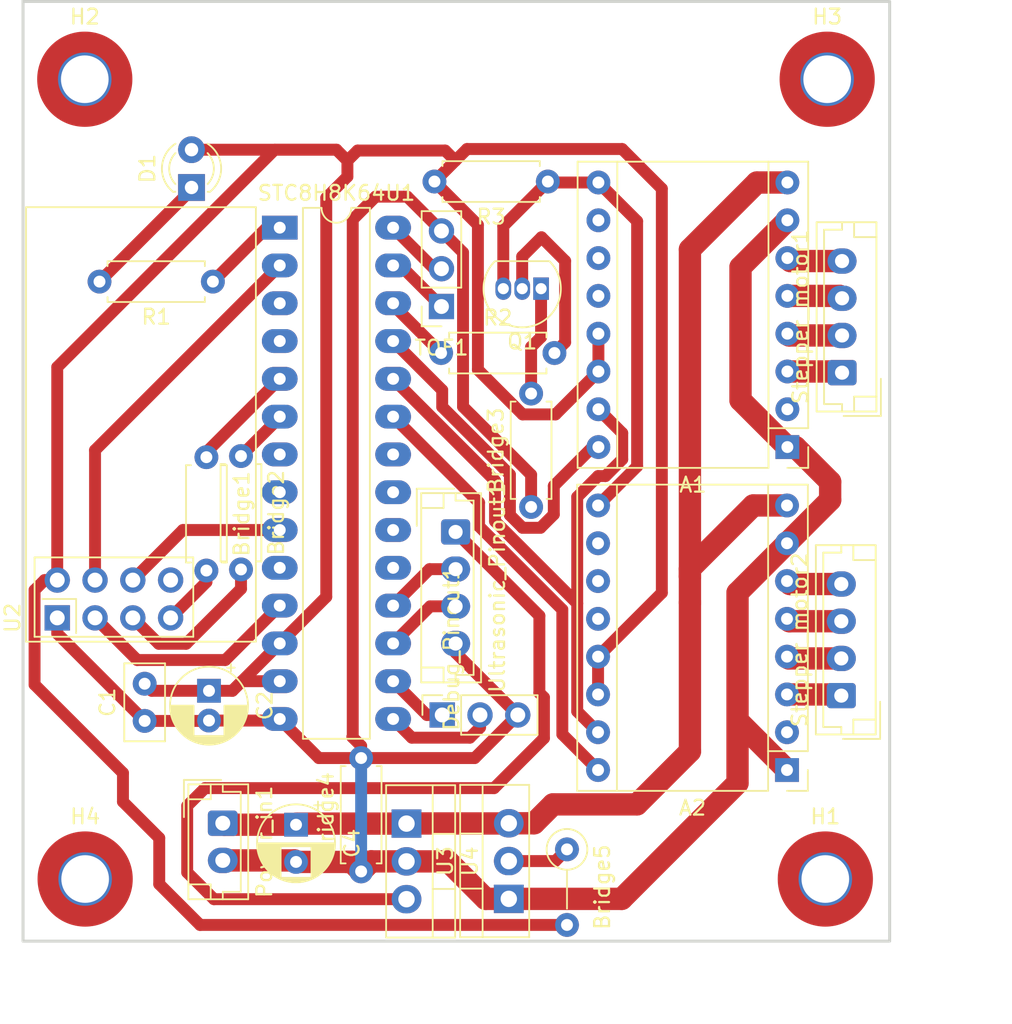
<source format=kicad_pcb>
(kicad_pcb (version 20221018) (generator pcbnew)
  (layers (0 "F.Cu" signal) (31 "B.Cu" signal) (34 "B.Paste" user) (35 "F.Paste" user) (36 "B.SilkS" user "B.Silkscreen") (37 "F.SilkS" user "F.Silkscreen") (38 "B.Mask" user) (39 "F.Mask" user) (44 "Edge.Cuts" user))
  (net 0 "")
  (net 1 "GND")
  (net 3 "Net-(A1-A2)")
  (net 4 "Net-(A1-A1)")
  (net 5 "Net-(A1-B1)")
  (net 6 "Net-(A1-B2)")
  (net 7 "+12V")
  (net 8 "ENABLE_INVERTED")
  (net 12 "+3.3V")
  (net 13 "STEP")
  (net 14 "DIR2")
  (net 16 "Net-(A2-A2)")
  (net 17 "Net-(A2-A1)")
  (net 18 "Net-(A2-B1)")
  (net 19 "Net-(A2-B2)")
  (net 23 "DIR1")
  (net 24 "MOSI")
  (net 25 "CSN")
  (net 26 "Net-(Q1-E)")
  (net 27 "Net-(D1-K)")
  (net 28 "/TX")
  (net 29 "/RX")
  (net 30 "Net-(Q1-B)")
  (net 31 "Net-(STC8H8K64U1-Pin_1)")
  (net 32 "/ENABLE")
  (net 36 "MISO")
  (net 37 "SCLK")
  (net 38 "CE")
  (net 39 "ECHO")
  (net 40 "TRIGGER")
  (net 45 "SDA")
  (net 46 "SCL")
  (net 48 "+5V")
  (net 49 "Net-(STC8H8K64U1-Pin_5)")
  (net 50 "Net-(STC8H8K64U1-Pin_6)")
  (net 53 "Net-(U3-VO)")
  (footprint "Capacitor_THT:C_Disc_D5.0mm_W2.5mm_P2.50mm" (layer "F.Cu") (at 145.4 121.95 90)
    (fp_text reference "C1" (at 1.25 -2.5 90) (layer "F.SilkS"))
    (fp_text value "10nF")
    (pad "1" thru_hole circle (at 0 0 90) (size 1.6 1.6) (drill 0.8) (layers "*.Cu" "*.Mask") (net 1 "GND"))
    (pad "2" thru_hole circle (at 2.5 0 90) (size 1.6 1.6) (drill 0.8) (layers "*.Cu" "*.Mask") (net 12 "+3.3V"))
  )
  (footprint "Capacitor_THT:CP_Radial_D5.0mm_P2.00mm" (layer "F.Cu") (at 149.725 119.925 -90)
    (fp_text reference "C2" (at 1 -3.75 90) (layer "F.SilkS"))
    (fp_text value "22uF")
    (pad "1" thru_hole rect (at 0 0 270) (size 1.6 1.6) (drill 0.8) (layers "*.Cu" "*.Mask") (net 12 "+3.3V"))
    (pad "2" thru_hole circle (at 2 0 270) (size 1.6 1.6) (drill 0.8) (layers "*.Cu" "*.Mask") (net 1 "GND"))
  )
  (footprint "MountingHole:MountingHole_3.2mm_M3_Pad_TopOnly" (layer "F.Cu") (at 191.15 132.575)
    (fp_text reference "H1" (at 0 -4.2) (layer "F.SilkS"))
    (fp_text value "MountingHole")
    (pad "1" thru_hole circle (at 0 0) (size 3.6 3.6) (drill 3.2) (layers "*.Cu" "*.Mask"))
    (pad "1" connect circle (at 0 0) (size 6.4 6.4) (layers "F.Cu" "F.Mask"))
  )
  (footprint "Resistor_THT:R_Axial_DIN0207_L6.3mm_D2.5mm_P5.08mm_Vertical" (layer "F.Cu") (at 173.7868 130.5814 -90)
    (fp_text reference "Bridge5" (at 2.54 -2.37 90) (layer "F.SilkS"))
    (fp_text value "0ohm")
    (pad "1" thru_hole circle (at 0 0 270) (size 1.6 1.6) (drill 0.8) (layers "*.Cu" "*.Mask") (net 53 "Net-(U3-VO)"))
    (pad "2" thru_hole oval (at 5.08 0 270) (size 1.6 1.6) (drill 0.8) (layers "*.Cu" "*.Mask") (net 12 "+3.3V"))
  )
  (footprint "MountingHole:MountingHole_3.2mm_M3_Pad_TopOnly" (layer "F.Cu") (at 191.275 78.825)
    (fp_text reference "H3" (at 0 -4.2) (layer "F.SilkS"))
    (fp_text value "MountingHole")
    (pad "1" thru_hole circle (at 0 0) (size 3.6 3.6) (drill 3.2) (layers "*.Cu" "*.Mask"))
    (pad "1" connect circle (at 0 0) (size 6.4 6.4) (layers "F.Cu" "F.Mask"))
  )
  (footprint "Connector_PinSocket_2.54mm:PinSocket_1x03_P2.54mm_Vertical" (layer "F.Cu") (at 165.4 121.55 90)
    (fp_text reference "Debug_Pinout1" (at 4.475 0.63 90) (layer "F.SilkS"))
    (fp_text value "01x03")
    (pad "1" thru_hole rect (at 0 0 90) (size 1.7 1.7) (drill 1) (layers "*.Cu" "*.Mask") (net 28 "/TX"))
    (pad "2" thru_hole oval (at 0 2.54 90) (size 1.7 1.7) (drill 1) (layers "*.Cu" "*.Mask") (net 29 "/RX"))
    (pad "3" thru_hole oval (at 0 5.08 90) (size 1.7 1.7) (drill 1) (layers "*.Cu" "*.Mask") (net 1 "GND"))
  )
  (footprint "Module:Pololu_Breakout-16_15.2x20.3mm" (layer "F.Cu") (at 188.575 125.25 180)
    (fp_text reference "A2" (at 6.35 -2.54) (layer "F.SilkS"))
    (fp_text value "DRV8825")
    (pad "1" thru_hole rect (at 0 0 180) (size 1.6 1.6) (drill 0.8) (layers "*.Cu" "*.Mask") (net 1 "GND"))
    (pad "2" thru_hole oval (at 0 2.54 180) (size 1.6 1.6) (drill 0.8) (layers "*.Cu" "*.Mask"))
    (pad "3" thru_hole oval (at 0 5.08 180) (size 1.6 1.6) (drill 0.8) (layers "*.Cu" "*.Mask") (net 16 "Net-(A2-A2)"))
    (pad "4" thru_hole oval (at 0 7.62 180) (size 1.6 1.6) (drill 0.8) (layers "*.Cu" "*.Mask") (net 17 "Net-(A2-A1)"))
    (pad "5" thru_hole oval (at 0 10.16 180) (size 1.6 1.6) (drill 0.8) (layers "*.Cu" "*.Mask") (net 18 "Net-(A2-B1)"))
    (pad "6" thru_hole oval (at 0 12.7 180) (size 1.6 1.6) (drill 0.8) (layers "*.Cu" "*.Mask") (net 19 "Net-(A2-B2)"))
    (pad "7" thru_hole oval (at 0 15.24 180) (size 1.6 1.6) (drill 0.8) (layers "*.Cu" "*.Mask") (net 1 "GND"))
    (pad "8" thru_hole oval (at 0 17.78 180) (size 1.6 1.6) (drill 0.8) (layers "*.Cu" "*.Mask") (net 7 "+12V"))
    (pad "9" thru_hole oval (at 12.7 17.78 180) (size 1.6 1.6) (drill 0.8) (layers "*.Cu" "*.Mask") (net 8 "ENABLE_INVERTED"))
    (pad "10" thru_hole oval (at 12.7 15.24 180) (size 1.6 1.6) (drill 0.8) (layers "*.Cu" "*.Mask"))
    (pad "11" thru_hole oval (at 12.7 12.7 180) (size 1.6 1.6) (drill 0.8) (layers "*.Cu" "*.Mask"))
    (pad "12" thru_hole oval (at 12.7 10.16 180) (size 1.6 1.6) (drill 0.8) (layers "*.Cu" "*.Mask"))
    (pad "13" thru_hole oval (at 12.7 7.62 180) (size 1.6 1.6) (drill 0.8) (layers "*.Cu" "*.Mask") (net 12 "+3.3V"))
    (pad "14" thru_hole oval (at 12.7 5.08 180) (size 1.6 1.6) (drill 0.8) (layers "*.Cu" "*.Mask") (net 12 "+3.3V"))
    (pad "15" thru_hole oval (at 12.7 2.54 180) (size 1.6 1.6) (drill 0.8) (layers "*.Cu" "*.Mask") (net 13 "STEP"))
    (pad "16" thru_hole oval (at 12.7 0 180) (size 1.6 1.6) (drill 0.8) (layers "*.Cu" "*.Mask") (net 23 "DIR1"))
  )
  (footprint "Package_TO_SOT_THT:TO-220-3_Vertical" (layer "F.Cu") (at 163 128.85 -90)
    (fp_text reference "U4" (at 2.54 -4.27 90) (layer "F.SilkS"))
    (fp_text value "LM7805_TO220")
    (pad "1" thru_hole rect (at 0 0 270) (size 1.905 2) (drill 1.1) (layers "*.Cu" "*.Mask") (net 7 "+12V"))
    (pad "2" thru_hole oval (at 2.54 0 270) (size 1.905 2) (drill 1.1) (layers "*.Cu" "*.Mask") (net 1 "GND"))
    (pad "3" thru_hole oval (at 5.08 0 270) (size 1.905 2) (drill 1.1) (layers "*.Cu" "*.Mask") (net 48 "+5V"))
  )
  (footprint "MountingHole:MountingHole_3.2mm_M3_Pad_TopOnly" (layer "F.Cu") (at 141.4 132.575)
    (fp_text reference "H4" (at 0 -4.2) (layer "F.SilkS"))
    (fp_text value "MountingHole")
    (pad "1" thru_hole circle (at 0 0) (size 3.6 3.6) (drill 3.2) (layers "*.Cu" "*.Mask"))
    (pad "1" connect circle (at 0 0) (size 6.4 6.4) (layers "F.Cu" "F.Mask"))
  )
  (footprint "Package_TO_SOT_THT:TO-92_Inline" (layer "F.Cu") (at 172.045 92.9 180)
    (fp_text reference "Q1" (at 1.27 -3.56) (layer "F.SilkS"))
    (fp_text value "S8050")
    (pad "1" thru_hole rect (at 0 0 180) (size 1.05 1.5) (drill 0.75) (layers "*.Cu" "*.Mask") (net 26 "Net-(Q1-E)"))
    (pad "2" thru_hole oval (at 1.27 0 180) (size 1.05 1.5) (drill 0.75) (layers "*.Cu" "*.Mask") (net 30 "Net-(Q1-B)"))
    (pad "3" thru_hole oval (at 2.54 0 180) (size 1.05 1.5) (drill 0.75) (layers "*.Cu" "*.Mask") (net 8 "ENABLE_INVERTED"))
  )
  (footprint "Connector_JST:JST_EH_B4B-EH-A_1x04_P2.50mm_Vertical" (layer "F.Cu") (at 192.225 120.25 90)
    (fp_text reference "Stepper_motor2" (at 3.75 -2.8 90) (layer "F.SilkS"))
    (fp_text value "JST4P")
    (pad "1" thru_hole roundrect (at 0 0 90) (size 1.7 1.95) (drill 0.95) (layers "*.Cu" "*.Mask") (roundrect_rratio 0.1470588235) (net 16 "Net-(A2-A2)"))
    (pad "2" thru_hole oval (at 2.5 0 90) (size 1.7 1.95) (drill 0.95) (layers "*.Cu" "*.Mask") (net 17 "Net-(A2-A1)"))
    (pad "3" thru_hole oval (at 5 0 90) (size 1.7 1.95) (drill 0.95) (layers "*.Cu" "*.Mask") (net 18 "Net-(A2-B1)"))
    (pad "4" thru_hole oval (at 7.5 0 90) (size 1.7 1.95) (drill 0.95) (layers "*.Cu" "*.Mask") (net 19 "Net-(A2-B2)"))
  )
  (footprint "Capacitor_THT:CP_Radial_D5.0mm_P2.50mm" (layer "F.Cu") (at 155.575 128.925 -90)
    (fp_text reference "C4" (at 1.25 -3.75 90) (layer "F.SilkS"))
    (fp_text value "220uF")
    (pad "1" thru_hole rect (at 0 0 270) (size 1.6 1.6) (drill 0.8) (layers "*.Cu" "*.Mask") (net 7 "+12V"))
    (pad "2" thru_hole circle (at 2.5 0 270) (size 1.6 1.6) (drill 0.8) (layers "*.Cu" "*.Mask") (net 1 "GND"))
  )
  (footprint "Resistor_THT:R_Axial_DIN0207_L6.3mm_D2.5mm_P7.62mm_Horizontal" (layer "F.Cu") (at 151.875 104.15 -90)
    (fp_text reference "Bridge2" (at 3.81 -2.37 90) (layer "F.SilkS"))
    (fp_text value "0ohm")
    (pad "1" thru_hole circle (at 0 0 270) (size 1.6 1.6) (drill 0.8) (layers "*.Cu" "*.Mask") (net 50 "Net-(STC8H8K64U1-Pin_6)"))
    (pad "2" thru_hole oval (at 7.62 0 270) (size 1.6 1.6) (drill 0.8) (layers "*.Cu" "*.Mask") (net 37 "SCLK"))
  )
  (footprint "LED_THT:LED_D3.0mm" (layer "F.Cu") (at 148.55 86.1 90)
    (fp_text reference "D1" (at 1.27 -2.96 90) (layer "F.SilkS"))
    (fp_text value "LED")
    (pad "1" thru_hole rect (at 0 0 90) (size 1.8 1.8) (drill 0.9) (layers "*.Cu" "*.Mask") (net 27 "Net-(D1-K)"))
    (pad "2" thru_hole circle (at 2.54 0 90) (size 1.8 1.8) (drill 0.9) (layers "*.Cu" "*.Mask") (net 12 "+3.3V"))
  )
  (footprint "Package_DIP:DIP-28_W7.62mm_LongPads" (layer "F.Cu") (at 154.48 88.8)
    (fp_text reference "STC8H8K64U1" (at 3.81 -2.33) (layer "F.SilkS"))
    (fp_text value "SKDIP28")
    (pad "1" thru_hole rect (at 0 0) (size 2.4 1.6) (drill 0.8) (layers "*.Cu" "*.Mask") (net 31 "Net-(STC8H8K64U1-Pin_1)"))
    (pad "2" thru_hole oval (at 0 2.54) (size 2.4 1.6) (drill 0.8) (layers "*.Cu" "*.Mask") (net 25 "CSN"))
    (pad "3" thru_hole oval (at 0 5.08) (size 2.4 1.6) (drill 0.8) (layers "*.Cu" "*.Mask"))
    (pad "4" thru_hole oval (at 0 7.62) (size 2.4 1.6) (drill 0.8) (layers "*.Cu" "*.Mask"))
    (pad "5" thru_hole oval (at 0 10.16) (size 2.4 1.6) (drill 0.8) (layers "*.Cu" "*.Mask") (net 49 "Net-(STC8H8K64U1-Pin_5)"))
    (pad "6" thru_hole oval (at 0 12.7) (size 2.4 1.6) (drill 0.8) (layers "*.Cu" "*.Mask") (net 50 "Net-(STC8H8K64U1-Pin_6)"))
    (pad "7" thru_hole oval (at 0 15.24) (size 2.4 1.6) (drill 0.8) (layers "*.Cu" "*.Mask"))
    (pad "8" thru_hole oval (at 0 17.78) (size 2.4 1.6) (drill 0.8) (layers "*.Cu" "*.Mask"))
    (pad "9" thru_hole oval (at 0 20.32) (size 2.4 1.6) (drill 0.8) (layers "*.Cu" "*.Mask") (net 24 "MOSI"))
    (pad "10" thru_hole oval (at 0 22.86) (size 2.4 1.6) (drill 0.8) (layers "*.Cu" "*.Mask"))
    (pad "11" thru_hole oval (at 0 25.4) (size 2.4 1.6) (drill 0.8) (layers "*.Cu" "*.Mask") (net 38 "CE"))
    (pad "12" thru_hole oval (at 0 27.94) (size 2.4 1.6) (drill 0.8) (layers "*.Cu" "*.Mask") (net 12 "+3.3V"))
    (pad "13" thru_hole oval (at 0 30.48) (size 2.4 1.6) (drill 0.8) (layers "*.Cu" "*.Mask") (net 12 "+3.3V"))
    (pad "14" thru_hole oval (at 0 33.02) (size 2.4 1.6) (drill 0.8) (layers "*.Cu" "*.Mask") (net 1 "GND"))
    (pad "15" thru_hole oval (at 7.62 33.02) (size 2.4 1.6) (drill 0.8) (layers "*.Cu" "*.Mask") (net 29 "/RX"))
    (pad "16" thru_hole oval (at 7.62 30.48) (size 2.4 1.6) (drill 0.8) (layers "*.Cu" "*.Mask") (net 28 "/TX"))
    (pad "17" thru_hole oval (at 7.62 27.94) (size 2.4 1.6) (drill 0.8) (layers "*.Cu" "*.Mask") (net 39 "ECHO"))
    (pad "18" thru_hole oval (at 7.62 25.4) (size 2.4 1.6) (drill 0.8) (layers "*.Cu" "*.Mask") (net 40 "TRIGGER"))
    (pad "19" thru_hole oval (at 7.62 22.86) (size 2.4 1.6) (drill 0.8) (layers "*.Cu" "*.Mask"))
    (pad "20" thru_hole oval (at 7.62 20.32) (size 2.4 1.6) (drill 0.8) (layers "*.Cu" "*.Mask"))
    (pad "21" thru_hole oval (at 7.62 17.78) (size 2.4 1.6) (drill 0.8) (layers "*.Cu" "*.Mask"))
    (pad "22" thru_hole oval (at 7.62 15.24) (size 2.4 1.6) (drill 0.8) (layers "*.Cu" "*.Mask"))
    (pad "23" thru_hole oval (at 7.62 12.7) (size 2.4 1.6) (drill 0.8) (layers "*.Cu" "*.Mask") (net 23 "DIR1"))
    (pad "24" thru_hole oval (at 7.62 10.16) (size 2.4 1.6) (drill 0.8) (layers "*.Cu" "*.Mask") (net 13 "STEP"))
    (pad "25" thru_hole oval (at 7.62 7.62) (size 2.4 1.6) (drill 0.8) (layers "*.Cu" "*.Mask") (net 14 "DIR2"))
    (pad "26" thru_hole oval (at 7.62 5.08) (size 2.4 1.6) (drill 0.8) (layers "*.Cu" "*.Mask") (net 32 "/ENABLE"))
    (pad "27" thru_hole oval (at 7.62 2.54) (size 2.4 1.6) (drill 0.8) (layers "*.Cu" "*.Mask") (net 45 "SDA"))
    (pad "28" thru_hole oval (at 7.62 0) (size 2.4 1.6) (drill 0.8) (layers "*.Cu" "*.Mask") (net 46 "SCL"))
  )
  (footprint "Resistor_THT:R_Axial_DIN0207_L6.3mm_D2.5mm_P7.62mm_Horizontal" (layer "F.Cu") (at 159.95 132.065 90)
    (fp_text reference "Bridge4" (at 3.81 -2.37 90) (layer "F.SilkS"))
    (fp_text value "0ohm")
    (pad "1" thru_hole circle (at 0 0 90) (size 1.6 1.6) (drill 0.8) (layers "*.Cu" "*.Mask") (net 1 "GND"))
    (pad "2" thru_hole oval (at 7.62 0 90) (size 1.6 1.6) (drill 0.8) (layers "*.Cu" "*.Mask") (net 1 "GND"))
  )
  (footprint "Module:Pololu_Breakout-16_15.2x20.3mm" (layer "F.Cu") (at 188.6 103.545 180)
    (fp_text reference "A1" (at 6.35 -2.54) (layer "F.SilkS"))
    (fp_text value "DRV8825")
    (pad "1" thru_hole rect (at 0 0 180) (size 1.6 1.6) (drill 0.8) (layers "*.Cu" "*.Mask") (net 1 "GND"))
    (pad "2" thru_hole oval (at 0 2.54 180) (size 1.6 1.6) (drill 0.8) (layers "*.Cu" "*.Mask"))
    (pad "3" thru_hole oval (at 0 5.08 180) (size 1.6 1.6) (drill 0.8) (layers "*.Cu" "*.Mask") (net 3 "Net-(A1-A2)"))
    (pad "4" thru_hole oval (at 0 7.62 180) (size 1.6 1.6) (drill 0.8) (layers "*.Cu" "*.Mask") (net 4 "Net-(A1-A1)"))
    (pad "5" thru_hole oval (at 0 10.16 180) (size 1.6 1.6) (drill 0.8) (layers "*.Cu" "*.Mask") (net 5 "Net-(A1-B1)"))
    (pad "6" thru_hole oval (at 0 12.7 180) (size 1.6 1.6) (drill 0.8) (layers "*.Cu" "*.Mask") (net 6 "Net-(A1-B2)"))
    (pad "7" thru_hole oval (at 0 15.24 180) (size 1.6 1.6) (drill 0.8) (layers "*.Cu" "*.Mask") (net 1 "GND"))
    (pad "8" thru_hole oval (at 0 17.78 180) (size 1.6 1.6) (drill 0.8) (layers "*.Cu" "*.Mask") (net 7 "+12V"))
    (pad "9" thru_hole oval (at 12.7 17.78 180) (size 1.6 1.6) (drill 0.8) (layers "*.Cu" "*.Mask") (net 8 "ENABLE_INVERTED"))
    (pad "10" thru_hole oval (at 12.7 15.24 180) (size 1.6 1.6) (drill 0.8) (layers "*.Cu" "*.Mask"))
    (pad "11" thru_hole oval (at 12.7 12.7 180) (size 1.6 1.6) (drill 0.8) (layers "*.Cu" "*.Mask"))
    (pad "12" thru_hole oval (at 12.7 10.16 180) (size 1.6 1.6) (drill 0.8) (layers "*.Cu" "*.Mask"))
    (pad "13" thru_hole oval (at 12.7 7.62 180) (size 1.6 1.6) (drill 0.8) (layers "*.Cu" "*.Mask") (net 12 "+3.3V"))
    (pad "14" thru_hole oval (at 12.7 5.08 180) (size 1.6 1.6) (drill 0.8) (layers "*.Cu" "*.Mask") (net 12 "+3.3V"))
    (pad "15" thru_hole oval (at 12.7 2.54 180) (size 1.6 1.6) (drill 0.8) (layers "*.Cu" "*.Mask") (net 13 "STEP"))
    (pad "16" thru_hole oval (at 12.7 0 180) (size 1.6 1.6) (drill 0.8) (layers "*.Cu" "*.Mask") (net 14 "DIR2"))
  )
  (footprint "Resistor_THT:R_Axial_DIN0207_L6.3mm_D2.5mm_P7.62mm_Horizontal" (layer "F.Cu") (at 149.55 104.225 -90)
    (fp_text reference "Bridge1" (at 3.81 -2.37 90) (layer "F.SilkS"))
    (fp_text value "0ohm")
    (pad "1" thru_hole circle (at 0 0 270) (size 1.6 1.6) (drill 0.8) (layers "*.Cu" "*.Mask") (net 49 "Net-(STC8H8K64U1-Pin_5)"))
    (pad "2" thru_hole oval (at 7.62 0 270) (size 1.6 1.6) (drill 0.8) (layers "*.Cu" "*.Mask") (net 36 "MISO"))
  )
  (footprint "Resistor_THT:R_Axial_DIN0207_L6.3mm_D2.5mm_P7.62mm_Horizontal" (layer "F.Cu") (at 165.325 97.225)
    (fp_text reference "R2" (at 3.81 -2.37) (layer "F.SilkS"))
    (fp_text value "2k")
    (pad "1" thru_hole circle (at 0 0) (size 1.6 1.6) (drill 0.8) (layers "*.Cu" "*.Mask") (net 32 "/ENABLE"))
    (pad "2" thru_hole oval (at 7.62 0) (size 1.6 1.6) (drill 0.8) (layers "*.Cu" "*.Mask") (net 30 "Net-(Q1-B)"))
  )
  (footprint "Resistor_THT:R_Axial_DIN0207_L6.3mm_D2.5mm_P7.62mm_Horizontal" (layer "F.Cu") (at 171.375 107.57 90)
    (fp_text reference "Bridge3" (at 3.81 -2.37 90) (layer "F.SilkS"))
    (fp_text value "0ohm")
    (pad "1" thru_hole circle (at 0 0 90) (size 1.6 1.6) (drill 0.8) (layers "*.Cu" "*.Mask") (net 1 "GND"))
    (pad "2" thru_hole oval (at 7.62 0 90) (size 1.6 1.6) (drill 0.8) (layers "*.Cu" "*.Mask") (net 26 "Net-(Q1-E)"))
  )
  (footprint "Connector_JST:JST_EH_B2B-EH-A_1x02_P2.50mm_Vertical" (layer "F.Cu") (at 150.65 128.825 -90)
    (fp_text reference "Power_in1" (at 1.25 -2.8 90) (layer "F.SilkS"))
    (fp_text value "JST-2P")
    (pad "1" thru_hole roundrect (at 0 0 270) (size 1.7 2) (drill 1) (layers "*.Cu" "*.Mask") (roundrect_rratio 0.1470588235) (net 7 "+12V"))
    (pad "2" thru_hole oval (at 2.5 0 270) (size 1.7 2) (drill 1) (layers "*.Cu" "*.Mask") (net 1 "GND"))
  )
  (footprint "MountingHole:MountingHole_3.2mm_M3_Pad_TopOnly" (layer "F.Cu") (at 141.375 78.825)
    (fp_text reference "H2" (at 0 -4.2) (layer "F.SilkS"))
    (fp_text value "MountingHole")
    (pad "1" thru_hole circle (at 0 0) (size 3.6 3.6) (drill 3.2) (layers "*.Cu" "*.Mask"))
    (pad "1" connect circle (at 0 0) (size 6.4 6.4) (layers "F.Cu" "F.Mask"))
  )
  (footprint "Connector_JST:JST_EH_B4B-EH-A_1x04_P2.50mm_Vertical" (layer "F.Cu") (at 166.3 109.25 -90)
    (fp_text reference "Ultrasonic_Pinout1" (at 3.75 -2.8 90) (layer "F.SilkS"))
    (fp_text value "JST_4P")
    (pad "1" thru_hole roundrect (at 0 0 270) (size 1.7 1.95) (drill 0.95) (layers "*.Cu" "*.Mask") (roundrect_rratio 0.1470588235) (net 48 "+5V"))
    (pad "2" thru_hole oval (at 2.5 0 270) (size 1.7 1.95) (drill 0.95) (layers "*.Cu" "*.Mask") (net 40 "TRIGGER"))
    (pad "3" thru_hole oval (at 5 0 270) (size 1.7 1.95) (drill 0.95) (layers "*.Cu" "*.Mask") (net 39 "ECHO"))
    (pad "4" thru_hole oval (at 7.5 0 270) (size 1.7 1.95) (drill 0.95) (layers "*.Cu" "*.Mask") (net 1 "GND"))
  )
  (footprint "RF_Module:nRF24L01_Breakout" (layer "F.Cu") (at 139.525 115.025 90)
    (fp_text reference "U2" (at 0 -3 90) (layer "F.SilkS"))
    (fp_text value "NRF24L01_Breakout")
    (pad "1" thru_hole rect (at 0 0 90) (size 1.7 1.7) (drill 1) (layers "*.Cu" "*.Mask") (net 1 "GND"))
    (pad "2" thru_hole circle (at 2.54 0 90) (size 1.7 1.7) (drill 1) (layers "*.Cu" "*.Mask") (net 12 "+3.3V"))
    (pad "3" thru_hole circle (at 0 2.54 90) (size 1.7 1.7) (drill 1) (layers "*.Cu" "*.Mask") (net 38 "CE"))
    (pad "4" thru_hole circle (at 2.54 2.54 90) (size 1.7 1.7) (drill 1) (layers "*.Cu" "*.Mask") (net 25 "CSN"))
    (pad "5" thru_hole circle (at 0 5.08 90) (size 1.7 1.7) (drill 1) (layers "*.Cu" "*.Mask") (net 37 "SCLK"))
    (pad "6" thru_hole circle (at 2.54 5.08 90) (size 1.7 1.7) (drill 1) (layers "*.Cu" "*.Mask") (net 24 "MOSI"))
    (pad "7" thru_hole circle (at 0 7.62 90) (size 1.7 1.7) (drill 1) (layers "*.Cu" "*.Mask") (net 36 "MISO"))
    (pad "8" thru_hole circle (at 2.54 7.62 90) (size 1.7 1.7) (drill 1) (layers "*.Cu" "*.Mask"))
  )
  (footprint "Resistor_THT:R_Axial_DIN0207_L6.3mm_D2.5mm_P7.62mm_Horizontal" (layer "F.Cu") (at 172.5 85.7 180)
    (fp_text reference "R3" (at 3.81 -2.37) (layer "F.SilkS"))
    (fp_text value "220")
    (pad "1" thru_hole circle (at 0 0 180) (size 1.6 1.6) (drill 0.8) (layers "*.Cu" "*.Mask") (net 8 "ENABLE_INVERTED"))
    (pad "2" thru_hole oval (at 7.62 0 180) (size 1.6 1.6) (drill 0.8) (layers "*.Cu" "*.Mask") (net 12 "+3.3V"))
  )
  (footprint "Connector_JST:JST_EH_B4B-EH-A_1x04_P2.50mm_Vertical" (layer "F.Cu") (at 192.275 98.545 90)
    (fp_text reference "Stepper_motor1" (at 3.75 -2.8 90) (layer "F.SilkS"))
    (fp_text value "JST4P")
    (pad "1" thru_hole roundrect (at 0 0 90) (size 1.7 1.95) (drill 0.95) (layers "*.Cu" "*.Mask") (roundrect_rratio 0.1470588235) (net 3 "Net-(A1-A2)"))
    (pad "2" thru_hole oval (at 2.5 0 90) (size 1.7 1.95) (drill 0.95) (layers "*.Cu" "*.Mask") (net 4 "Net-(A1-A1)"))
    (pad "3" thru_hole oval (at 5 0 90) (size 1.7 1.95) (drill 0.95) (layers "*.Cu" "*.Mask") (net 5 "Net-(A1-B1)"))
    (pad "4" thru_hole oval (at 7.5 0 90) (size 1.7 1.95) (drill 0.95) (layers "*.Cu" "*.Mask") (net 6 "Net-(A1-B2)"))
  )
  (footprint "Resistor_THT:R_Axial_DIN0207_L6.3mm_D2.5mm_P7.62mm_Horizontal" (layer "F.Cu") (at 149.985 92.425 180)
    (fp_text reference "R1" (at 3.81 -2.37) (layer "F.SilkS"))
    (fp_text value "220")
    (pad "1" thru_hole circle (at 0 0 180) (size 1.6 1.6) (drill 0.8) (layers "*.Cu" "*.Mask") (net 31 "Net-(STC8H8K64U1-Pin_1)"))
    (pad "2" thru_hole oval (at 7.62 0 180) (size 1.6 1.6) (drill 0.8) (layers "*.Cu" "*.Mask") (net 27 "Net-(D1-K)"))
  )
  (footprint "Connector_PinSocket_2.54mm:PinSocket_1x03_P2.54mm_Vertical" (layer "F.Cu") (at 165.35 94.1 180)
    (fp_text reference "TOF1" (at 0 -2.77) (layer "F.SilkS"))
    (fp_text value "1x3")
    (pad "1" thru_hole rect (at 0 0 180) (size 1.7 1.7) (drill 1) (layers "*.Cu" "*.Mask") (net 45 "SDA"))
    (pad "2" thru_hole oval (at 0 2.54 180) (size 1.7 1.7) (drill 1) (layers "*.Cu" "*.Mask") (net 46 "SCL"))
    (pad "3" thru_hole oval (at 0 5.08 180) (size 1.7 1.7) (drill 1) (layers "*.Cu" "*.Mask") (net 1 "GND"))
  )
  (footprint "Package_TO_SOT_THT:TO-220-3_Vertical" (layer "F.Cu") (at 169.8752 133.9088 90)
    (fp_text reference "U3" (at 2.54 -4.27 90) (layer "F.SilkS"))
    (fp_text value "AMS1117-3.3")
    (pad "1" thru_hole rect (at 0 0 90) (size 1.905 2) (drill 1.1) (layers "*.Cu" "*.Mask") (net 1 "GND"))
    (pad "2" thru_hole oval (at 2.54 0 90) (size 1.905 2) (drill 1.1) (layers "*.Cu" "*.Mask") (net 53 "Net-(U3-VO)"))
    (pad "3" thru_hole oval (at 5.08 0 90) (size 1.905 2) (drill 1.1) (layers "*.Cu" "*.Mask") (net 7 "+12V"))
  )
  (gr_rect (start 137.225 73.6) (end 195.475 136.75) (stroke (width 0.2)) (fill none) (layer "Edge.Cuts"))
  (segment (start 162.895 131.495) (end 163 131.39) (width 1.5) (layer "F.Cu") (net 1))
  (segment (start 189.145 103.545) (end 191.475 105.875) (width 1.5) (layer "F.Cu") (net 1))
  (segment (start 165.35 89.02) (end 163.0456 86.7156) (width 0.8) (layer "F.Cu") (net 1))
  (segment (start 163 131.39) (end 160.625 131.39) (width 1.5) (layer "F.Cu") (net 1))
  (segment (start 166.3 117.37) (end 170.48 121.55) (width 0.8) (layer "F.Cu") (net 1))
  (segment (start 167.585 124.445) (end 159.95 124.445) (width 0.8) (layer "F.Cu") (net 1))
  (segment (start 160.625 131.39) (end 160.59 131.425) (width 1.5) (layer "F.Cu") (net 1))
  (segment (start 166.8 90.47) (end 166.8 100.831572) (width 0.8) (layer "F.Cu") (net 1))
  (segment (start 145.425 121.925) (end 145.4 121.95) (width 0.8) (layer "F.Cu") (net 1))
  (segment (start 149.725 121.925) (end 154.375 121.925) (width 0.8) (layer "F.Cu") (net 1))
  (segment (start 149.7 121.95) (end 149.725 121.925) (width 0.8) (layer "F.Cu") (net 1))
  (segment (start 160.923614 86.7156) (end 159.385 88.254214) (width 0.8) (layer "F.Cu") (net 1))
  (segment (start 159.025 131.425) (end 155.575 131.425) (width 1.5) (layer "F.Cu") (net 1))
  (segment (start 159.95 132.065) (end 159.31 131.425) (width 1.5) (layer "F.Cu") (net 1))
  (segment (start 188.575 110.01) (end 185.25 113.335) (width 1.5) (layer "F.Cu") (net 1))
  (segment (start 150.65 131.325) (end 155.475 131.325) (width 1.5) (layer "F.Cu") (net 1))
  (segment (start 185.25 126.125) (end 177.4662 133.9088) (width 1.5) (layer "F.Cu") (net 1))
  (segment (start 185.25 121.925) (end 185.25 126.125) (width 1.5) (layer "F.Cu") (net 1))
  (segment (start 168.3188 133.9088) (end 169.8752 133.9088) (width 1.5) (layer "F.Cu") (net 1))
  (segment (start 177.4662 133.9088) (end 169.8752 133.9088) (width 1.5) (layer "F.Cu") (net 1))
  (segment (start 191.475 105.875) (end 191.475 107.11) (width 1.5) (layer "F.Cu") (net 1))
  (segment (start 145.4 121.95) (end 139.525 116.075) (width 0.8) (layer "F.Cu") (net 1))
  (segment (start 188.6 103.545) (end 189.145 103.545) (width 1.5) (layer "F.Cu") (net 1))
  (segment (start 185.25 113.335) (end 185.25 121.925) (width 1.5) (layer "F.Cu") (net 1))
  (segment (start 155.475 131.325) (end 155.575 131.425) (width 1.5) (layer "F.Cu") (net 1))
  (segment (start 188.6 88.305) (end 185.45 91.455) (width 1.5) (layer "F.Cu") (net 1))
  (segment (start 166.8 100.831572) (end 171.375 105.406572) (width 0.8) (layer "F.Cu") (net 1))
  (segment (start 185.45 91.455) (end 185.45 100.395) (width 1.5) (layer "F.Cu") (net 1))
  (segment (start 163 131.39) (end 165.8 131.39) (width 1.5) (layer "F.Cu") (net 1))
  (segment (start 160.59 131.425) (end 159.025 131.425) (width 1.5) (layer "F.Cu") (net 1))
  (segment (start 160.625 131.39) (end 159.95 132.065) (width 1.5) (layer "F.Cu") (net 1))
  (segment (start 185.45 100.395) (end 188.6 103.545) (width 1.5) (layer "F.Cu") (net 1))
  (segment (start 145.4 121.95) (end 149.7 121.95) (width 0.8) (layer "F.Cu") (net 1))
  (segment (start 165.8 131.39) (end 168.3188 133.9088) (width 1.5) (layer "F.Cu") (net 1))
  (segment (start 170.48 121.55) (end 167.585 124.445) (width 0.8) (layer "F.Cu") (net 1))
  (segment (start 171.375 105.406572) (end 171.375 107.57) (width 0.8) (layer "F.Cu") (net 1))
  (segment (start 165.35 89.02) (end 166.8 90.47) (width 0.8) (layer "F.Cu") (net 1))
  (segment (start 159.385 123.0122) (end 159.3596 123.0376) (width 0.8) (layer "F.Cu") (net 1))
  (segment (start 159.95 124.445) (end 157.105 124.445) (width 0.8) (layer "F.Cu") (net 1))
  (segment (start 166.3 116.75) (end 166.3 117.37) (width 0.8) (layer "F.Cu") (net 1))
  (segment (start 159.385 88.254214) (end 159.385 123.0122) (width 0.8) (layer "F.Cu") (net 1))
  (segment (start 159.31 131.425) (end 159.025 131.425) (width 1.5) (layer "F.Cu") (net 1))
  (segment (start 163.0456 86.7156) (end 160.923614 86.7156) (width 0.8) (layer "F.Cu") (net 1))
  (segment (start 159.3596 123.0376) (end 159.95 123.628) (width 0.8) (layer "F.Cu") (net 1))
  (segment (start 139.525 116.075) (end 139.525 115.025) (width 0.8) (layer "F.Cu") (net 1))
  (segment (start 157.105 124.445) (end 154.48 121.82) (width 0.8) (layer "F.Cu") (net 1))
  (segment (start 159.95 123.628) (end 159.95 124.445) (width 0.8) (layer "F.Cu") (net 1))
  (segment (start 154.375 121.925) (end 154.48 121.82) (width 0.8) (layer "F.Cu") (net 1))
  (segment (start 191.475 107.11) (end 188.575 110.01) (width 1.5) (layer "F.Cu") (net 1))
  (segment (start 185.25 121.925) (end 188.575 125.25) (width 1.5) (layer "F.Cu") (net 1))
  (segment (start 159.95 124.445) (end 159.95 132.065) (width 0.8) (layer "B.Cu") (net 1))
  (segment (start 188.6 98.465) (end 192.195 98.465) (width 1.5) (layer "F.Cu") (net 3))
  (segment (start 192.195 98.465) (end 192.275 98.545) (width 1.5) (layer "F.Cu") (net 3))
  (segment (start 192.275 96.045) (end 188.72 96.045) (width 1.5) (layer "F.Cu") (net 4))
  (segment (start 188.72 96.045) (end 188.6 95.925) (width 1.5) (layer "F.Cu") (net 4))
  (segment (start 188.6 93.385) (end 192.115 93.385) (width 1.5) (layer "F.Cu") (net 5))
  (segment (start 192.115 93.385) (end 192.275 93.545) (width 1.5) (layer "F.Cu") (net 5))
  (segment (start 188.8 91.045) (end 188.6 90.845) (width 1.5) (layer "F.Cu") (net 6))
  (segment (start 192.275 91.045) (end 188.8 91.045) (width 1.5) (layer "F.Cu") (net 6))
  (segment (start 182.05 90.2634) (end 186.5484 85.765) (width 1.5) (layer "F.Cu") (net 7))
  (segment (start 150.75 128.925) (end 150.65 128.825) (width 1.5) (layer "F.Cu") (net 7))
  (segment (start 169.864 128.84) (end 169.8752 128.8288) (width 1.5) (layer "F.Cu") (net 7))
  (segment (start 186.5484 85.765) (end 188.6 85.765) (width 1.5) (layer "F.Cu") (net 7))
  (segment (start 182.05 112.2426) (end 182.05 111.7264) (width 1.5) (layer "F.Cu") (net 7))
  (segment (start 163 128.85) (end 155.65 128.85) (width 1.5) (layer "F.Cu") (net 7))
  (segment (start 171.577 128.8288) (end 172.847 127.5588) (width 1.5) (layer "F.Cu") (net 7))
  (segment (start 182.05 111.7264) (end 186.3064 107.47) (width 1.5) (layer "F.Cu") (net 7))
  (segment (start 178.4912 127.5588) (end 182.05 124) (width 1.5) (layer "F.Cu") (net 7))
  (segment (start 182.05 112.2426) (end 182.05 90.2634) (width 1.5) (layer "F.Cu") (net 7))
  (segment (start 155.575 128.925) (end 150.75 128.925) (width 1.5) (layer "F.Cu") (net 7))
  (segment (start 182.05 113.995) (end 182.05 112.2426) (width 1.5) (layer "F.Cu") (net 7))
  (segment (start 186.3064 107.47) (end 188.575 107.47) (width 1.5) (layer "F.Cu") (net 7))
  (segment (start 163 128.85) (end 163.01 128.84) (width 1.5) (layer "F.Cu") (net 7))
  (segment (start 182.05 124) (end 182.05 113.995) (width 1.5) (layer "F.Cu") (net 7))
  (segment (start 163.01 128.84) (end 169.864 128.84) (width 1.5) (layer "F.Cu") (net 7))
  (segment (start 172.847 127.5588) (end 178.4912 127.5588) (width 1.5) (layer "F.Cu") (net 7))
  (segment (start 169.8752 128.8288) (end 171.577 128.8288) (width 1.5) (layer "F.Cu") (net 7))
  (segment (start 155.65 128.85) (end 155.575 128.925) (width 1.5) (layer "F.Cu") (net 7))
  (segment (start 172.565 85.765) (end 172.5 85.7) (width 0.8) (layer "F.Cu") (net 8))
  (segment (start 172.5 85.7) (end 169.505 88.695) (width 0.8) (layer "F.Cu") (net 8))
  (segment (start 178.5 88.365) (end 178.5 104.845) (width 0.8) (layer "F.Cu") (net 8))
  (segment (start 175.9 85.765) (end 172.565 85.765) (width 0.8) (layer "F.Cu") (net 8))
  (segment (start 178.5 104.845) (end 175.875 107.47) (width 0.8) (layer "F.Cu") (net 8))
  (segment (start 169.505 88.695) (end 169.505 92.9) (width 0.8) (layer "F.Cu") (net 8))
  (segment (start 175.9 85.765) (end 178.5 88.365) (width 0.8) (layer "F.Cu") (net 8))
  (segment (start 154.48 116.74) (end 151.295 119.925) (width 0.8) (layer "F.Cu") (net 12))
  (segment (start 159.028528 84.3) (end 159.028528 85.370272) (width 0.8) (layer "F.Cu") (net 12))
  (segment (start 173.015 101.35) (end 175.9 98.465) (width 0.8) (layer "F.Cu") (net 12))
  (segment (start 180.1622 113.3428) (end 175.875 117.63) (width 0.8) (layer "F.Cu") (net 12))
  (segment (start 159.028528 85.370272) (end 157.607 86.7918) (width 0.8) (layer "F.Cu") (net 12))
  (segment (start 164.88 85.7) (end 166.28 84.3) (width 0.8) (layer "F.Cu") (net 12))
  (segment (start 138.675 112.485) (end 139.525 112.485) (width 0.8) (layer "F.Cu") (net 12))
  (segment (start 145.875 119.925) (end 145.4 119.45) (width 0.8) (layer "F.Cu") (net 12))
  (segment (start 165.5968 83.6168) (end 159.711728 83.6168) (width 0.8) (layer "F.Cu") (net 12))
  (segment (start 167.8 98.347786) (end 170.802214 101.35) (width 0.8) (layer "F.Cu") (net 12))
  (segment (start 159.028528 84.3) (end 158.288528 83.56) (width 0.8) (layer "F.Cu") (net 12))
  (segment (start 177.4952 83.5152) (end 180.1622 86.1822) (width 0.8) (layer "F.Cu") (net 12))
  (segment (start 139.525 98.175) (end 139.525 112.485) (width 0.8) (layer "F.Cu") (net 12))
  (segment (start 151.94 119.28) (end 154.48 119.28) (width 0.8) (layer "F.Cu") (net 12))
  (segment (start 143.9418 127.381) (end 143.9418 125.4506) (width 0.8) (layer "F.Cu") (net 12))
  (segment (start 175.9 98.465) (end 175.9 95.925) (width 0.8) (layer "F.Cu") (net 12))
  (segment (start 158.288528 83.56) (end 148.55 83.56) (width 0.8) (layer "F.Cu") (net 12))
  (segment (start 159.711728 83.6168) (end 159.028528 84.3) (width 0.8) (layer "F.Cu") (net 12))
  (segment (start 143.9418 125.4506) (end 138 119.5088) (width 0.8) (layer "F.Cu") (net 12))
  (segment (start 167.0648 83.5152) (end 177.4952 83.5152) (width 0.8) (layer "F.Cu") (net 12))
  (segment (start 180.1622 86.1822) (end 180.1622 113.3428) (width 0.8) (layer "F.Cu") (net 12))
  (segment (start 149.725 119.925) (end 145.875 119.925) (width 0.8) (layer "F.Cu") (net 12))
  (segment (start 151.295 119.925) (end 149.725 119.925) (width 0.8) (layer "F.Cu") (net 12))
  (segment (start 170.802214 101.35) (end 173.015 101.35) (width 0.8) (layer "F.Cu") (net 12))
  (segment (start 175.875 120.17) (end 175.875 117.63) (width 0.8) (layer "F.Cu") (net 12))
  (segment (start 138 119.5088) (end 138 113.16) (width 0.8) (layer "F.Cu") (net 12))
  (segment (start 166.28 84.3) (end 167.0648 83.5152) (width 0.8) (layer "F.Cu") (net 12))
  (segment (start 151.295 119.925) (end 151.94 119.28) (width 0.8) (layer "F.Cu") (net 12))
  (segment (start 154.14 83.56) (end 139.525 98.175) (width 0.8) (layer "F.Cu") (net 12))
  (segment (start 149.1234 135.6614) (end 146.3802 132.9182) (width 0.8) (layer "F.Cu") (net 12))
  (segment (start 157.607 113.613) (end 154.48 116.74) (width 0.8) (layer "F.Cu") (net 12))
  (segment (start 157.607 86.7918) (end 157.607 113.613) (width 0.8) (layer "F.Cu") (net 12))
  (segment (start 158.288528 83.56) (end 154.14 83.56) (width 0.8) (layer "F.Cu") (net 12))
  (segment (start 173.7868 135.6614) (end 149.1234 135.6614) (width 0.8) (layer "F.Cu") (net 12))
  (segment (start 146.3802 129.8194) (end 143.9418 127.381) (width 0.8) (layer "F.Cu") (net 12))
  (segment (start 146.3802 132.9182) (end 146.3802 129.8194) (width 0.8) (layer "F.Cu") (net 12))
  (segment (start 164.88 85.7) (end 167.8 88.62) (width 0.8) (layer "F.Cu") (net 12))
  (segment (start 138 113.16) (end 138.675 112.485) (width 0.8) (layer "F.Cu") (net 12))
  (segment (start 166.28 84.3) (end 165.5968 83.6168) (width 0.8) (layer "F.Cu") (net 12))
  (segment (start 167.8 88.62) (end 167.8 98.347786) (width 0.8) (layer "F.Cu") (net 12))
  (segment (start 177.5 102.605) (end 175.9 101.005) (width 0.8) (layer "F.Cu") (net 13))
  (segment (start 174.475 114.057) (end 168.95 108.532) (width 0.8) (layer "F.Cu") (net 13))
  (segment (start 174.475 106.897214) (end 174.475 114.057) (width 0.8) (layer "F.Cu") (net 13))
  (segment (start 174.475 121.31) (end 174.475 114.057) (width 0.8) (layer "F.Cu") (net 13))
  (segment (start 175.875 122.71) (end 174.475 121.31) (width 0.8) (layer "F.Cu") (net 13))
  (segment (start 176.375 105.495) (end 175.877214 105.495) (width 0.8) (layer "F.Cu") (net 13))
  (segment (start 168.95 105.81) (end 162.1 98.96) (width 0.8) (layer "F.Cu") (net 13))
  (segment (start 168.95 108.532) (end 168.95 105.81) (width 0.8) (layer "F.Cu") (net 13))
  (segment (start 177.5 104.37) (end 177.5 102.605) (width 0.8) (layer "F.Cu") (net 13))
  (segment (start 176.375 105.495) (end 177.5 104.37) (width 0.8) (layer "F.Cu") (net 13))
  (segment (start 175.877214 105.495) (end 174.475 106.897214) (width 0.8) (layer "F.Cu") (net 13))
  (segment (start 175.510786 103.545) (end 172.9 106.155786) (width 0.8) (layer "F.Cu") (net 14))
  (segment (start 165.4 100.845786) (end 165.4 99.72) (width 0.8) (layer "F.Cu") (net 14))
  (segment (start 169.95 108.117786) (end 169.95 105.395786) (width 0.8) (layer "F.Cu") (net 14))
  (segment (start 165.4 99.72) (end 162.1 96.42) (width 0.8) (layer "F.Cu") (net 14))
  (segment (start 172.005 108.97) (end 170.802214 108.97) (width 0.8) (layer "F.Cu") (net 14))
  (segment (start 172.9 106.155786) (end 172.9 108.075) (width 0.8) (layer "F.Cu") (net 14))
  (segment (start 175.9 103.545) (end 175.510786 103.545) (width 0.8) (layer "F.Cu") (net 14))
  (segment (start 170.802214 108.97) (end 169.95 108.117786) (width 0.8) (layer "F.Cu") (net 14))
  (segment (start 169.95 105.395786) (end 165.4 100.845786) (width 0.8) (layer "F.Cu") (net 14))
  (segment (start 172.9 108.075) (end 172.005 108.97) (width 0.8) (layer "F.Cu") (net 14))
  (segment (start 188.575 120.17) (end 192.145 120.17) (width 1.5) (layer "F.Cu") (net 16))
  (segment (start 192.145 120.17) (end 192.225 120.25) (width 1.5) (layer "F.Cu") (net 16))
  (segment (start 188.695 117.75) (end 188.575 117.63) (width 1.5) (layer "F.Cu") (net 17))
  (segment (start 192.225 117.75) (end 188.695 117.75) (width 1.5) (layer "F.Cu") (net 17))
  (segment (start 188.735 115.25) (end 188.575 115.09) (width 1.5) (layer "F.Cu") (net 18))
  (segment (start 192.225 115.25) (end 188.735 115.25) (width 1.5) (layer "F.Cu") (net 18))
  (segment (start 192.225 112.75) (end 188.775 112.75) (width 1.5) (layer "F.Cu") (net 19))
  (segment (start 188.775 112.75) (end 188.575 112.55) (width 1.5) (layer "F.Cu") (net 19))
  (segment (start 173.475 114.471214) (end 173.475 122.85) (width 0.8) (layer "F.Cu") (net 23))
  (segment (start 173.475 122.85) (end 175.875 125.25) (width 0.8) (layer "F.Cu") (net 23))
  (segment (start 167.875 107.275) (end 167.875 108.871214) (width 0.8) (layer "F.Cu") (net 23))
  (segment (start 167.875 108.871214) (end 173.475 114.471214) (width 0.8) (layer "F.Cu") (net 23))
  (segment (start 162.1 101.5) (end 167.875 107.275) (width 0.8) (layer "F.Cu") (net 23))
  (segment (start 147.97 109.12) (end 144.605 112.485) (width 0.8) (layer "F.Cu") (net 24))
  (segment (start 154.48 109.12) (end 147.97 109.12) (width 0.8) (layer "F.Cu") (net 24))
  (segment (start 142.065 112.485) (end 142.065 103.755) (width 0.8) (layer "F.Cu") (net 25))
  (segment (start 142.065 103.755) (end 154.48 91.34) (width 0.8) (layer "F.Cu") (net 25))
  (segment (start 172.045 96.152214) (end 171.375 96.822214) (width 0.8) (layer "F.Cu") (net 26))
  (segment (start 171.375 96.822214) (end 171.375 99.95) (width 0.8) (layer "F.Cu") (net 26))
  (segment (start 172.045 92.9) (end 172.045 96.152214) (width 0.8) (layer "F.Cu") (net 26))
  (segment (start 148.55 86.24) (end 148.55 86.1) (width 0.8) (layer "F.Cu") (net 27))
  (segment (start 142.365 92.425) (end 148.55 86.24) (width 0.8) (layer "F.Cu") (net 27))
  (segment (start 164.37 121.55) (end 162.1 119.28) (width 0.8) (layer "F.Cu") (net 28))
  (segment (start 165.4 121.55) (end 164.37 121.55) (width 0.8) (layer "F.Cu") (net 28))
  (segment (start 163.355 123.075) (end 162.1 121.82) (width 0.8) (layer "F.Cu") (net 29))
  (segment (start 167.94 121.55) (end 167.94 122.395344) (width 0.8) (layer "F.Cu") (net 29))
  (segment (start 167.260344 123.075) (end 163.355 123.075) (width 0.8) (layer "F.Cu") (net 29))
  (segment (start 167.94 122.395344) (end 167.260344 123.075) (width 0.8) (layer "F.Cu") (net 29))
  (segment (start 170.775 90.7434) (end 170.775 92.9) (width 0.8) (layer "F.Cu") (net 30))
  (segment (start 173.6598 96.5102) (end 173.6598 91.0336) (width 0.8) (layer "F.Cu") (net 30))
  (segment (start 173.6598 91.0336) (end 172.0723 89.4461) (width 0.8) (layer "F.Cu") (net 30))
  (segment (start 172.0723 89.4461) (end 170.775 90.7434) (width 0.8) (layer "F.Cu") (net 30))
  (segment (start 172.945 97.225) (end 173.6598 96.5102) (width 0.8) (layer "F.Cu") (net 30))
  (segment (start 154.48 88.8) (end 153.61 88.8) (width 0.8) (layer "F.Cu") (net 31))
  (segment (start 153.61 88.8) (end 149.985 92.425) (width 0.8) (layer "F.Cu") (net 31))
  (segment (start 162.1 93.88) (end 162.1 94) (width 0.8) (layer "F.Cu") (net 32))
  (segment (start 162.1 94) (end 165.325 97.225) (width 0.8) (layer "F.Cu") (net 32))
  (segment (start 149.55 111.845) (end 149.55 112.62) (width 0.8) (layer "F.Cu") (net 36))
  (segment (start 149.55 112.62) (end 147.145 115.025) (width 0.8) (layer "F.Cu") (net 36))
  (segment (start 146.3438 116.7638) (end 144.605 115.025) (width 0.8) (layer "F.Cu") (net 37))
  (segment (start 148.1862 116.7638) (end 146.3438 116.7638) (width 0.8) (layer "F.Cu") (net 37))
  (segment (start 151.875 113.075) (end 148.1862 116.7638) (width 0.8) (layer "F.Cu") (net 37))
  (segment (start 151.875 111.77) (end 151.875 113.075) (width 0.8) (layer "F.Cu") (net 37))
  (segment (start 150.824 117.856) (end 144.896 117.856) (width 0.8) (layer "F.Cu") (net 38))
  (segment (start 154.48 114.2) (end 150.824 117.856) (width 0.8) (layer "F.Cu") (net 38))
  (segment (start 144.896 117.856) (end 142.065 115.025) (width 0.8) (layer "F.Cu") (net 38))
  (segment (start 166.3 114.25) (end 164.59 114.25) (width 0.8) (layer "F.Cu") (net 39))
  (segment (start 164.59 114.25) (end 162.1 116.74) (width 0.8) (layer "F.Cu") (net 39))
  (segment (start 164.55 111.75) (end 162.1 114.2) (width 0.8) (layer "F.Cu") (net 40))
  (segment (start 166.3 111.75) (end 164.55 111.75) (width 0.8) (layer "F.Cu") (net 40))
  (segment (start 162.1 91.34) (end 162.59 91.34) (width 0.8) (layer "F.Cu") (net 45))
  (segment (start 162.59 91.34) (end 165.35 94.1) (width 0.8) (layer "F.Cu") (net 45))
  (segment (start 165.35 91.56) (end 164.86 91.56) (width 0.8) (layer "F.Cu") (net 46))
  (segment (start 164.86 91.56) (end 162.1 88.8) (width 0.8) (layer "F.Cu") (net 46))
  (segment (start 148.2598 132.1308) (end 150.059 133.93) (width 0.8) (layer "F.Cu") (net 48))
  (segment (start 172.2374 120.3706) (end 172.2374 123.1138) (width 0.8) (layer "F.Cu") (net 48))
  (segment (start 148.2598 127.6604) (end 148.2598 132.1308) (width 0.8) (layer "F.Cu") (net 48))
  (segment (start 149.4536 126.4666) (end 148.2598 127.6604) (width 0.8) (layer "F.Cu") (net 48))
  (segment (start 172.2374 123.1138) (end 168.8846 126.4666) (width 0.8) (layer "F.Cu") (net 48))
  (segment (start 168.8846 126.4666) (end 149.4536 126.4666) (width 0.8) (layer "F.Cu") (net 48))
  (segment (start 171.93 114.88) (end 171.93 120.0632) (width 0.8) (layer "F.Cu") (net 48))
  (segment (start 150.059 133.93) (end 163 133.93) (width 0.8) (layer "F.Cu") (net 48))
  (segment (start 171.93 120.0632) (end 172.2374 120.3706) (width 0.8) (layer "F.Cu") (net 48))
  (segment (start 166.3 109.25) (end 171.93 114.88) (width 0.8) (layer "F.Cu") (net 48))
  (segment (start 154.48 98.96) (end 149.55 103.89) (width 0.8) (layer "F.Cu") (net 49))
  (segment (start 149.55 103.89) (end 149.55 104.225) (width 0.8) (layer "F.Cu") (net 49))
  (segment (start 154.48 101.5) (end 154.48 101.545) (width 0.8) (layer "F.Cu") (net 50))
  (segment (start 154.48 101.545) (end 151.875 104.15) (width 0.8) (layer "F.Cu") (net 50))
  (segment (start 172.9994 131.3688) (end 173.7868 130.5814) (width 0.8) (layer "F.Cu") (net 53))
  (segment (start 169.8752 131.3688) (end 172.9994 131.3688) (width 0.8) (layer "F.Cu") (net 53))
)
</source>
